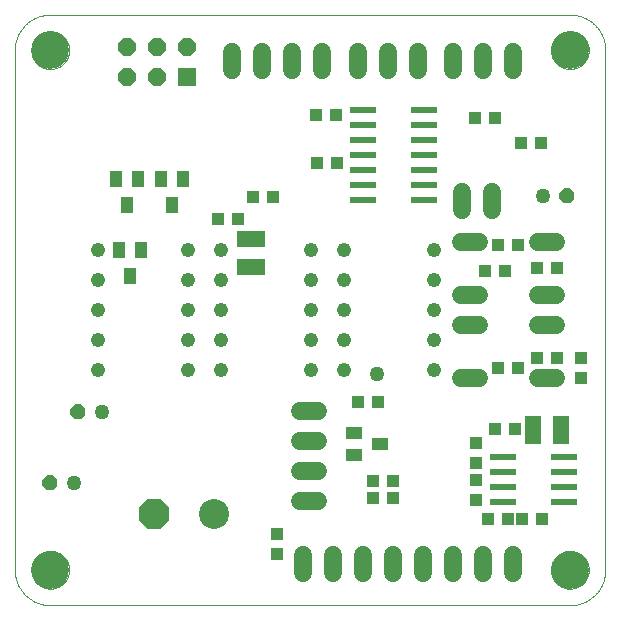
<source format=gbs>
G75*
%MOIN*%
%OFA0B0*%
%FSLAX25Y25*%
%IPPOS*%
%LPD*%
%AMOC8*
5,1,8,0,0,1.08239X$1,22.5*
%
%ADD10C,0.00000*%
%ADD11C,0.12598*%
%ADD12R,0.04331X0.03937*%
%ADD13R,0.09449X0.05512*%
%ADD14C,0.04800*%
%ADD15R,0.03937X0.05512*%
%ADD16R,0.08661X0.02362*%
%ADD17R,0.08700X0.02400*%
%ADD18C,0.06000*%
%ADD19R,0.06000X0.06000*%
%ADD20OC8,0.06000*%
%ADD21OC8,0.05000*%
%ADD22C,0.05000*%
%ADD23R,0.03937X0.04331*%
%ADD24R,0.05512X0.09449*%
%ADD25C,0.10000*%
%ADD26OC8,0.10000*%
%ADD27R,0.05512X0.03937*%
D10*
X0012796Y0013611D02*
X0012796Y0186839D01*
X0018308Y0186839D02*
X0018310Y0186997D01*
X0018316Y0187155D01*
X0018326Y0187313D01*
X0018340Y0187471D01*
X0018358Y0187628D01*
X0018379Y0187785D01*
X0018405Y0187941D01*
X0018435Y0188097D01*
X0018468Y0188252D01*
X0018506Y0188405D01*
X0018547Y0188558D01*
X0018592Y0188710D01*
X0018641Y0188861D01*
X0018694Y0189010D01*
X0018750Y0189158D01*
X0018810Y0189304D01*
X0018874Y0189449D01*
X0018942Y0189592D01*
X0019013Y0189734D01*
X0019087Y0189874D01*
X0019165Y0190011D01*
X0019247Y0190147D01*
X0019331Y0190281D01*
X0019420Y0190412D01*
X0019511Y0190541D01*
X0019606Y0190668D01*
X0019703Y0190793D01*
X0019804Y0190915D01*
X0019908Y0191034D01*
X0020015Y0191151D01*
X0020125Y0191265D01*
X0020238Y0191376D01*
X0020353Y0191485D01*
X0020471Y0191590D01*
X0020592Y0191692D01*
X0020715Y0191792D01*
X0020841Y0191888D01*
X0020969Y0191981D01*
X0021099Y0192071D01*
X0021232Y0192157D01*
X0021367Y0192241D01*
X0021503Y0192320D01*
X0021642Y0192397D01*
X0021783Y0192469D01*
X0021925Y0192539D01*
X0022069Y0192604D01*
X0022215Y0192666D01*
X0022362Y0192724D01*
X0022511Y0192779D01*
X0022661Y0192830D01*
X0022812Y0192877D01*
X0022964Y0192920D01*
X0023117Y0192959D01*
X0023272Y0192995D01*
X0023427Y0193026D01*
X0023583Y0193054D01*
X0023739Y0193078D01*
X0023896Y0193098D01*
X0024054Y0193114D01*
X0024211Y0193126D01*
X0024370Y0193134D01*
X0024528Y0193138D01*
X0024686Y0193138D01*
X0024844Y0193134D01*
X0025003Y0193126D01*
X0025160Y0193114D01*
X0025318Y0193098D01*
X0025475Y0193078D01*
X0025631Y0193054D01*
X0025787Y0193026D01*
X0025942Y0192995D01*
X0026097Y0192959D01*
X0026250Y0192920D01*
X0026402Y0192877D01*
X0026553Y0192830D01*
X0026703Y0192779D01*
X0026852Y0192724D01*
X0026999Y0192666D01*
X0027145Y0192604D01*
X0027289Y0192539D01*
X0027431Y0192469D01*
X0027572Y0192397D01*
X0027711Y0192320D01*
X0027847Y0192241D01*
X0027982Y0192157D01*
X0028115Y0192071D01*
X0028245Y0191981D01*
X0028373Y0191888D01*
X0028499Y0191792D01*
X0028622Y0191692D01*
X0028743Y0191590D01*
X0028861Y0191485D01*
X0028976Y0191376D01*
X0029089Y0191265D01*
X0029199Y0191151D01*
X0029306Y0191034D01*
X0029410Y0190915D01*
X0029511Y0190793D01*
X0029608Y0190668D01*
X0029703Y0190541D01*
X0029794Y0190412D01*
X0029883Y0190281D01*
X0029967Y0190147D01*
X0030049Y0190011D01*
X0030127Y0189874D01*
X0030201Y0189734D01*
X0030272Y0189592D01*
X0030340Y0189449D01*
X0030404Y0189304D01*
X0030464Y0189158D01*
X0030520Y0189010D01*
X0030573Y0188861D01*
X0030622Y0188710D01*
X0030667Y0188558D01*
X0030708Y0188405D01*
X0030746Y0188252D01*
X0030779Y0188097D01*
X0030809Y0187941D01*
X0030835Y0187785D01*
X0030856Y0187628D01*
X0030874Y0187471D01*
X0030888Y0187313D01*
X0030898Y0187155D01*
X0030904Y0186997D01*
X0030906Y0186839D01*
X0030904Y0186681D01*
X0030898Y0186523D01*
X0030888Y0186365D01*
X0030874Y0186207D01*
X0030856Y0186050D01*
X0030835Y0185893D01*
X0030809Y0185737D01*
X0030779Y0185581D01*
X0030746Y0185426D01*
X0030708Y0185273D01*
X0030667Y0185120D01*
X0030622Y0184968D01*
X0030573Y0184817D01*
X0030520Y0184668D01*
X0030464Y0184520D01*
X0030404Y0184374D01*
X0030340Y0184229D01*
X0030272Y0184086D01*
X0030201Y0183944D01*
X0030127Y0183804D01*
X0030049Y0183667D01*
X0029967Y0183531D01*
X0029883Y0183397D01*
X0029794Y0183266D01*
X0029703Y0183137D01*
X0029608Y0183010D01*
X0029511Y0182885D01*
X0029410Y0182763D01*
X0029306Y0182644D01*
X0029199Y0182527D01*
X0029089Y0182413D01*
X0028976Y0182302D01*
X0028861Y0182193D01*
X0028743Y0182088D01*
X0028622Y0181986D01*
X0028499Y0181886D01*
X0028373Y0181790D01*
X0028245Y0181697D01*
X0028115Y0181607D01*
X0027982Y0181521D01*
X0027847Y0181437D01*
X0027711Y0181358D01*
X0027572Y0181281D01*
X0027431Y0181209D01*
X0027289Y0181139D01*
X0027145Y0181074D01*
X0026999Y0181012D01*
X0026852Y0180954D01*
X0026703Y0180899D01*
X0026553Y0180848D01*
X0026402Y0180801D01*
X0026250Y0180758D01*
X0026097Y0180719D01*
X0025942Y0180683D01*
X0025787Y0180652D01*
X0025631Y0180624D01*
X0025475Y0180600D01*
X0025318Y0180580D01*
X0025160Y0180564D01*
X0025003Y0180552D01*
X0024844Y0180544D01*
X0024686Y0180540D01*
X0024528Y0180540D01*
X0024370Y0180544D01*
X0024211Y0180552D01*
X0024054Y0180564D01*
X0023896Y0180580D01*
X0023739Y0180600D01*
X0023583Y0180624D01*
X0023427Y0180652D01*
X0023272Y0180683D01*
X0023117Y0180719D01*
X0022964Y0180758D01*
X0022812Y0180801D01*
X0022661Y0180848D01*
X0022511Y0180899D01*
X0022362Y0180954D01*
X0022215Y0181012D01*
X0022069Y0181074D01*
X0021925Y0181139D01*
X0021783Y0181209D01*
X0021642Y0181281D01*
X0021503Y0181358D01*
X0021367Y0181437D01*
X0021232Y0181521D01*
X0021099Y0181607D01*
X0020969Y0181697D01*
X0020841Y0181790D01*
X0020715Y0181886D01*
X0020592Y0181986D01*
X0020471Y0182088D01*
X0020353Y0182193D01*
X0020238Y0182302D01*
X0020125Y0182413D01*
X0020015Y0182527D01*
X0019908Y0182644D01*
X0019804Y0182763D01*
X0019703Y0182885D01*
X0019606Y0183010D01*
X0019511Y0183137D01*
X0019420Y0183266D01*
X0019331Y0183397D01*
X0019247Y0183531D01*
X0019165Y0183667D01*
X0019087Y0183804D01*
X0019013Y0183944D01*
X0018942Y0184086D01*
X0018874Y0184229D01*
X0018810Y0184374D01*
X0018750Y0184520D01*
X0018694Y0184668D01*
X0018641Y0184817D01*
X0018592Y0184968D01*
X0018547Y0185120D01*
X0018506Y0185273D01*
X0018468Y0185426D01*
X0018435Y0185581D01*
X0018405Y0185737D01*
X0018379Y0185893D01*
X0018358Y0186050D01*
X0018340Y0186207D01*
X0018326Y0186365D01*
X0018316Y0186523D01*
X0018310Y0186681D01*
X0018308Y0186839D01*
X0012796Y0186839D02*
X0012799Y0187124D01*
X0012810Y0187410D01*
X0012827Y0187695D01*
X0012851Y0187979D01*
X0012882Y0188263D01*
X0012920Y0188546D01*
X0012965Y0188827D01*
X0013016Y0189108D01*
X0013074Y0189388D01*
X0013139Y0189666D01*
X0013211Y0189942D01*
X0013289Y0190216D01*
X0013374Y0190489D01*
X0013466Y0190759D01*
X0013564Y0191027D01*
X0013668Y0191293D01*
X0013779Y0191556D01*
X0013896Y0191816D01*
X0014019Y0192074D01*
X0014149Y0192328D01*
X0014285Y0192579D01*
X0014426Y0192827D01*
X0014574Y0193071D01*
X0014727Y0193312D01*
X0014887Y0193548D01*
X0015052Y0193781D01*
X0015222Y0194010D01*
X0015398Y0194235D01*
X0015580Y0194455D01*
X0015766Y0194671D01*
X0015958Y0194882D01*
X0016155Y0195089D01*
X0016357Y0195291D01*
X0016564Y0195488D01*
X0016775Y0195680D01*
X0016991Y0195866D01*
X0017211Y0196048D01*
X0017436Y0196224D01*
X0017665Y0196394D01*
X0017898Y0196559D01*
X0018134Y0196719D01*
X0018375Y0196872D01*
X0018619Y0197020D01*
X0018867Y0197161D01*
X0019118Y0197297D01*
X0019372Y0197427D01*
X0019630Y0197550D01*
X0019890Y0197667D01*
X0020153Y0197778D01*
X0020419Y0197882D01*
X0020687Y0197980D01*
X0020957Y0198072D01*
X0021230Y0198157D01*
X0021504Y0198235D01*
X0021780Y0198307D01*
X0022058Y0198372D01*
X0022338Y0198430D01*
X0022619Y0198481D01*
X0022900Y0198526D01*
X0023183Y0198564D01*
X0023467Y0198595D01*
X0023751Y0198619D01*
X0024036Y0198636D01*
X0024322Y0198647D01*
X0024607Y0198650D01*
X0197835Y0198650D01*
X0191536Y0186839D02*
X0191538Y0186997D01*
X0191544Y0187155D01*
X0191554Y0187313D01*
X0191568Y0187471D01*
X0191586Y0187628D01*
X0191607Y0187785D01*
X0191633Y0187941D01*
X0191663Y0188097D01*
X0191696Y0188252D01*
X0191734Y0188405D01*
X0191775Y0188558D01*
X0191820Y0188710D01*
X0191869Y0188861D01*
X0191922Y0189010D01*
X0191978Y0189158D01*
X0192038Y0189304D01*
X0192102Y0189449D01*
X0192170Y0189592D01*
X0192241Y0189734D01*
X0192315Y0189874D01*
X0192393Y0190011D01*
X0192475Y0190147D01*
X0192559Y0190281D01*
X0192648Y0190412D01*
X0192739Y0190541D01*
X0192834Y0190668D01*
X0192931Y0190793D01*
X0193032Y0190915D01*
X0193136Y0191034D01*
X0193243Y0191151D01*
X0193353Y0191265D01*
X0193466Y0191376D01*
X0193581Y0191485D01*
X0193699Y0191590D01*
X0193820Y0191692D01*
X0193943Y0191792D01*
X0194069Y0191888D01*
X0194197Y0191981D01*
X0194327Y0192071D01*
X0194460Y0192157D01*
X0194595Y0192241D01*
X0194731Y0192320D01*
X0194870Y0192397D01*
X0195011Y0192469D01*
X0195153Y0192539D01*
X0195297Y0192604D01*
X0195443Y0192666D01*
X0195590Y0192724D01*
X0195739Y0192779D01*
X0195889Y0192830D01*
X0196040Y0192877D01*
X0196192Y0192920D01*
X0196345Y0192959D01*
X0196500Y0192995D01*
X0196655Y0193026D01*
X0196811Y0193054D01*
X0196967Y0193078D01*
X0197124Y0193098D01*
X0197282Y0193114D01*
X0197439Y0193126D01*
X0197598Y0193134D01*
X0197756Y0193138D01*
X0197914Y0193138D01*
X0198072Y0193134D01*
X0198231Y0193126D01*
X0198388Y0193114D01*
X0198546Y0193098D01*
X0198703Y0193078D01*
X0198859Y0193054D01*
X0199015Y0193026D01*
X0199170Y0192995D01*
X0199325Y0192959D01*
X0199478Y0192920D01*
X0199630Y0192877D01*
X0199781Y0192830D01*
X0199931Y0192779D01*
X0200080Y0192724D01*
X0200227Y0192666D01*
X0200373Y0192604D01*
X0200517Y0192539D01*
X0200659Y0192469D01*
X0200800Y0192397D01*
X0200939Y0192320D01*
X0201075Y0192241D01*
X0201210Y0192157D01*
X0201343Y0192071D01*
X0201473Y0191981D01*
X0201601Y0191888D01*
X0201727Y0191792D01*
X0201850Y0191692D01*
X0201971Y0191590D01*
X0202089Y0191485D01*
X0202204Y0191376D01*
X0202317Y0191265D01*
X0202427Y0191151D01*
X0202534Y0191034D01*
X0202638Y0190915D01*
X0202739Y0190793D01*
X0202836Y0190668D01*
X0202931Y0190541D01*
X0203022Y0190412D01*
X0203111Y0190281D01*
X0203195Y0190147D01*
X0203277Y0190011D01*
X0203355Y0189874D01*
X0203429Y0189734D01*
X0203500Y0189592D01*
X0203568Y0189449D01*
X0203632Y0189304D01*
X0203692Y0189158D01*
X0203748Y0189010D01*
X0203801Y0188861D01*
X0203850Y0188710D01*
X0203895Y0188558D01*
X0203936Y0188405D01*
X0203974Y0188252D01*
X0204007Y0188097D01*
X0204037Y0187941D01*
X0204063Y0187785D01*
X0204084Y0187628D01*
X0204102Y0187471D01*
X0204116Y0187313D01*
X0204126Y0187155D01*
X0204132Y0186997D01*
X0204134Y0186839D01*
X0204132Y0186681D01*
X0204126Y0186523D01*
X0204116Y0186365D01*
X0204102Y0186207D01*
X0204084Y0186050D01*
X0204063Y0185893D01*
X0204037Y0185737D01*
X0204007Y0185581D01*
X0203974Y0185426D01*
X0203936Y0185273D01*
X0203895Y0185120D01*
X0203850Y0184968D01*
X0203801Y0184817D01*
X0203748Y0184668D01*
X0203692Y0184520D01*
X0203632Y0184374D01*
X0203568Y0184229D01*
X0203500Y0184086D01*
X0203429Y0183944D01*
X0203355Y0183804D01*
X0203277Y0183667D01*
X0203195Y0183531D01*
X0203111Y0183397D01*
X0203022Y0183266D01*
X0202931Y0183137D01*
X0202836Y0183010D01*
X0202739Y0182885D01*
X0202638Y0182763D01*
X0202534Y0182644D01*
X0202427Y0182527D01*
X0202317Y0182413D01*
X0202204Y0182302D01*
X0202089Y0182193D01*
X0201971Y0182088D01*
X0201850Y0181986D01*
X0201727Y0181886D01*
X0201601Y0181790D01*
X0201473Y0181697D01*
X0201343Y0181607D01*
X0201210Y0181521D01*
X0201075Y0181437D01*
X0200939Y0181358D01*
X0200800Y0181281D01*
X0200659Y0181209D01*
X0200517Y0181139D01*
X0200373Y0181074D01*
X0200227Y0181012D01*
X0200080Y0180954D01*
X0199931Y0180899D01*
X0199781Y0180848D01*
X0199630Y0180801D01*
X0199478Y0180758D01*
X0199325Y0180719D01*
X0199170Y0180683D01*
X0199015Y0180652D01*
X0198859Y0180624D01*
X0198703Y0180600D01*
X0198546Y0180580D01*
X0198388Y0180564D01*
X0198231Y0180552D01*
X0198072Y0180544D01*
X0197914Y0180540D01*
X0197756Y0180540D01*
X0197598Y0180544D01*
X0197439Y0180552D01*
X0197282Y0180564D01*
X0197124Y0180580D01*
X0196967Y0180600D01*
X0196811Y0180624D01*
X0196655Y0180652D01*
X0196500Y0180683D01*
X0196345Y0180719D01*
X0196192Y0180758D01*
X0196040Y0180801D01*
X0195889Y0180848D01*
X0195739Y0180899D01*
X0195590Y0180954D01*
X0195443Y0181012D01*
X0195297Y0181074D01*
X0195153Y0181139D01*
X0195011Y0181209D01*
X0194870Y0181281D01*
X0194731Y0181358D01*
X0194595Y0181437D01*
X0194460Y0181521D01*
X0194327Y0181607D01*
X0194197Y0181697D01*
X0194069Y0181790D01*
X0193943Y0181886D01*
X0193820Y0181986D01*
X0193699Y0182088D01*
X0193581Y0182193D01*
X0193466Y0182302D01*
X0193353Y0182413D01*
X0193243Y0182527D01*
X0193136Y0182644D01*
X0193032Y0182763D01*
X0192931Y0182885D01*
X0192834Y0183010D01*
X0192739Y0183137D01*
X0192648Y0183266D01*
X0192559Y0183397D01*
X0192475Y0183531D01*
X0192393Y0183667D01*
X0192315Y0183804D01*
X0192241Y0183944D01*
X0192170Y0184086D01*
X0192102Y0184229D01*
X0192038Y0184374D01*
X0191978Y0184520D01*
X0191922Y0184668D01*
X0191869Y0184817D01*
X0191820Y0184968D01*
X0191775Y0185120D01*
X0191734Y0185273D01*
X0191696Y0185426D01*
X0191663Y0185581D01*
X0191633Y0185737D01*
X0191607Y0185893D01*
X0191586Y0186050D01*
X0191568Y0186207D01*
X0191554Y0186365D01*
X0191544Y0186523D01*
X0191538Y0186681D01*
X0191536Y0186839D01*
X0197835Y0198650D02*
X0198120Y0198647D01*
X0198406Y0198636D01*
X0198691Y0198619D01*
X0198975Y0198595D01*
X0199259Y0198564D01*
X0199542Y0198526D01*
X0199823Y0198481D01*
X0200104Y0198430D01*
X0200384Y0198372D01*
X0200662Y0198307D01*
X0200938Y0198235D01*
X0201212Y0198157D01*
X0201485Y0198072D01*
X0201755Y0197980D01*
X0202023Y0197882D01*
X0202289Y0197778D01*
X0202552Y0197667D01*
X0202812Y0197550D01*
X0203070Y0197427D01*
X0203324Y0197297D01*
X0203575Y0197161D01*
X0203823Y0197020D01*
X0204067Y0196872D01*
X0204308Y0196719D01*
X0204544Y0196559D01*
X0204777Y0196394D01*
X0205006Y0196224D01*
X0205231Y0196048D01*
X0205451Y0195866D01*
X0205667Y0195680D01*
X0205878Y0195488D01*
X0206085Y0195291D01*
X0206287Y0195089D01*
X0206484Y0194882D01*
X0206676Y0194671D01*
X0206862Y0194455D01*
X0207044Y0194235D01*
X0207220Y0194010D01*
X0207390Y0193781D01*
X0207555Y0193548D01*
X0207715Y0193312D01*
X0207868Y0193071D01*
X0208016Y0192827D01*
X0208157Y0192579D01*
X0208293Y0192328D01*
X0208423Y0192074D01*
X0208546Y0191816D01*
X0208663Y0191556D01*
X0208774Y0191293D01*
X0208878Y0191027D01*
X0208976Y0190759D01*
X0209068Y0190489D01*
X0209153Y0190216D01*
X0209231Y0189942D01*
X0209303Y0189666D01*
X0209368Y0189388D01*
X0209426Y0189108D01*
X0209477Y0188827D01*
X0209522Y0188546D01*
X0209560Y0188263D01*
X0209591Y0187979D01*
X0209615Y0187695D01*
X0209632Y0187410D01*
X0209643Y0187124D01*
X0209646Y0186839D01*
X0209646Y0013611D01*
X0191536Y0013611D02*
X0191538Y0013769D01*
X0191544Y0013927D01*
X0191554Y0014085D01*
X0191568Y0014243D01*
X0191586Y0014400D01*
X0191607Y0014557D01*
X0191633Y0014713D01*
X0191663Y0014869D01*
X0191696Y0015024D01*
X0191734Y0015177D01*
X0191775Y0015330D01*
X0191820Y0015482D01*
X0191869Y0015633D01*
X0191922Y0015782D01*
X0191978Y0015930D01*
X0192038Y0016076D01*
X0192102Y0016221D01*
X0192170Y0016364D01*
X0192241Y0016506D01*
X0192315Y0016646D01*
X0192393Y0016783D01*
X0192475Y0016919D01*
X0192559Y0017053D01*
X0192648Y0017184D01*
X0192739Y0017313D01*
X0192834Y0017440D01*
X0192931Y0017565D01*
X0193032Y0017687D01*
X0193136Y0017806D01*
X0193243Y0017923D01*
X0193353Y0018037D01*
X0193466Y0018148D01*
X0193581Y0018257D01*
X0193699Y0018362D01*
X0193820Y0018464D01*
X0193943Y0018564D01*
X0194069Y0018660D01*
X0194197Y0018753D01*
X0194327Y0018843D01*
X0194460Y0018929D01*
X0194595Y0019013D01*
X0194731Y0019092D01*
X0194870Y0019169D01*
X0195011Y0019241D01*
X0195153Y0019311D01*
X0195297Y0019376D01*
X0195443Y0019438D01*
X0195590Y0019496D01*
X0195739Y0019551D01*
X0195889Y0019602D01*
X0196040Y0019649D01*
X0196192Y0019692D01*
X0196345Y0019731D01*
X0196500Y0019767D01*
X0196655Y0019798D01*
X0196811Y0019826D01*
X0196967Y0019850D01*
X0197124Y0019870D01*
X0197282Y0019886D01*
X0197439Y0019898D01*
X0197598Y0019906D01*
X0197756Y0019910D01*
X0197914Y0019910D01*
X0198072Y0019906D01*
X0198231Y0019898D01*
X0198388Y0019886D01*
X0198546Y0019870D01*
X0198703Y0019850D01*
X0198859Y0019826D01*
X0199015Y0019798D01*
X0199170Y0019767D01*
X0199325Y0019731D01*
X0199478Y0019692D01*
X0199630Y0019649D01*
X0199781Y0019602D01*
X0199931Y0019551D01*
X0200080Y0019496D01*
X0200227Y0019438D01*
X0200373Y0019376D01*
X0200517Y0019311D01*
X0200659Y0019241D01*
X0200800Y0019169D01*
X0200939Y0019092D01*
X0201075Y0019013D01*
X0201210Y0018929D01*
X0201343Y0018843D01*
X0201473Y0018753D01*
X0201601Y0018660D01*
X0201727Y0018564D01*
X0201850Y0018464D01*
X0201971Y0018362D01*
X0202089Y0018257D01*
X0202204Y0018148D01*
X0202317Y0018037D01*
X0202427Y0017923D01*
X0202534Y0017806D01*
X0202638Y0017687D01*
X0202739Y0017565D01*
X0202836Y0017440D01*
X0202931Y0017313D01*
X0203022Y0017184D01*
X0203111Y0017053D01*
X0203195Y0016919D01*
X0203277Y0016783D01*
X0203355Y0016646D01*
X0203429Y0016506D01*
X0203500Y0016364D01*
X0203568Y0016221D01*
X0203632Y0016076D01*
X0203692Y0015930D01*
X0203748Y0015782D01*
X0203801Y0015633D01*
X0203850Y0015482D01*
X0203895Y0015330D01*
X0203936Y0015177D01*
X0203974Y0015024D01*
X0204007Y0014869D01*
X0204037Y0014713D01*
X0204063Y0014557D01*
X0204084Y0014400D01*
X0204102Y0014243D01*
X0204116Y0014085D01*
X0204126Y0013927D01*
X0204132Y0013769D01*
X0204134Y0013611D01*
X0204132Y0013453D01*
X0204126Y0013295D01*
X0204116Y0013137D01*
X0204102Y0012979D01*
X0204084Y0012822D01*
X0204063Y0012665D01*
X0204037Y0012509D01*
X0204007Y0012353D01*
X0203974Y0012198D01*
X0203936Y0012045D01*
X0203895Y0011892D01*
X0203850Y0011740D01*
X0203801Y0011589D01*
X0203748Y0011440D01*
X0203692Y0011292D01*
X0203632Y0011146D01*
X0203568Y0011001D01*
X0203500Y0010858D01*
X0203429Y0010716D01*
X0203355Y0010576D01*
X0203277Y0010439D01*
X0203195Y0010303D01*
X0203111Y0010169D01*
X0203022Y0010038D01*
X0202931Y0009909D01*
X0202836Y0009782D01*
X0202739Y0009657D01*
X0202638Y0009535D01*
X0202534Y0009416D01*
X0202427Y0009299D01*
X0202317Y0009185D01*
X0202204Y0009074D01*
X0202089Y0008965D01*
X0201971Y0008860D01*
X0201850Y0008758D01*
X0201727Y0008658D01*
X0201601Y0008562D01*
X0201473Y0008469D01*
X0201343Y0008379D01*
X0201210Y0008293D01*
X0201075Y0008209D01*
X0200939Y0008130D01*
X0200800Y0008053D01*
X0200659Y0007981D01*
X0200517Y0007911D01*
X0200373Y0007846D01*
X0200227Y0007784D01*
X0200080Y0007726D01*
X0199931Y0007671D01*
X0199781Y0007620D01*
X0199630Y0007573D01*
X0199478Y0007530D01*
X0199325Y0007491D01*
X0199170Y0007455D01*
X0199015Y0007424D01*
X0198859Y0007396D01*
X0198703Y0007372D01*
X0198546Y0007352D01*
X0198388Y0007336D01*
X0198231Y0007324D01*
X0198072Y0007316D01*
X0197914Y0007312D01*
X0197756Y0007312D01*
X0197598Y0007316D01*
X0197439Y0007324D01*
X0197282Y0007336D01*
X0197124Y0007352D01*
X0196967Y0007372D01*
X0196811Y0007396D01*
X0196655Y0007424D01*
X0196500Y0007455D01*
X0196345Y0007491D01*
X0196192Y0007530D01*
X0196040Y0007573D01*
X0195889Y0007620D01*
X0195739Y0007671D01*
X0195590Y0007726D01*
X0195443Y0007784D01*
X0195297Y0007846D01*
X0195153Y0007911D01*
X0195011Y0007981D01*
X0194870Y0008053D01*
X0194731Y0008130D01*
X0194595Y0008209D01*
X0194460Y0008293D01*
X0194327Y0008379D01*
X0194197Y0008469D01*
X0194069Y0008562D01*
X0193943Y0008658D01*
X0193820Y0008758D01*
X0193699Y0008860D01*
X0193581Y0008965D01*
X0193466Y0009074D01*
X0193353Y0009185D01*
X0193243Y0009299D01*
X0193136Y0009416D01*
X0193032Y0009535D01*
X0192931Y0009657D01*
X0192834Y0009782D01*
X0192739Y0009909D01*
X0192648Y0010038D01*
X0192559Y0010169D01*
X0192475Y0010303D01*
X0192393Y0010439D01*
X0192315Y0010576D01*
X0192241Y0010716D01*
X0192170Y0010858D01*
X0192102Y0011001D01*
X0192038Y0011146D01*
X0191978Y0011292D01*
X0191922Y0011440D01*
X0191869Y0011589D01*
X0191820Y0011740D01*
X0191775Y0011892D01*
X0191734Y0012045D01*
X0191696Y0012198D01*
X0191663Y0012353D01*
X0191633Y0012509D01*
X0191607Y0012665D01*
X0191586Y0012822D01*
X0191568Y0012979D01*
X0191554Y0013137D01*
X0191544Y0013295D01*
X0191538Y0013453D01*
X0191536Y0013611D01*
X0197835Y0001800D02*
X0198120Y0001803D01*
X0198406Y0001814D01*
X0198691Y0001831D01*
X0198975Y0001855D01*
X0199259Y0001886D01*
X0199542Y0001924D01*
X0199823Y0001969D01*
X0200104Y0002020D01*
X0200384Y0002078D01*
X0200662Y0002143D01*
X0200938Y0002215D01*
X0201212Y0002293D01*
X0201485Y0002378D01*
X0201755Y0002470D01*
X0202023Y0002568D01*
X0202289Y0002672D01*
X0202552Y0002783D01*
X0202812Y0002900D01*
X0203070Y0003023D01*
X0203324Y0003153D01*
X0203575Y0003289D01*
X0203823Y0003430D01*
X0204067Y0003578D01*
X0204308Y0003731D01*
X0204544Y0003891D01*
X0204777Y0004056D01*
X0205006Y0004226D01*
X0205231Y0004402D01*
X0205451Y0004584D01*
X0205667Y0004770D01*
X0205878Y0004962D01*
X0206085Y0005159D01*
X0206287Y0005361D01*
X0206484Y0005568D01*
X0206676Y0005779D01*
X0206862Y0005995D01*
X0207044Y0006215D01*
X0207220Y0006440D01*
X0207390Y0006669D01*
X0207555Y0006902D01*
X0207715Y0007138D01*
X0207868Y0007379D01*
X0208016Y0007623D01*
X0208157Y0007871D01*
X0208293Y0008122D01*
X0208423Y0008376D01*
X0208546Y0008634D01*
X0208663Y0008894D01*
X0208774Y0009157D01*
X0208878Y0009423D01*
X0208976Y0009691D01*
X0209068Y0009961D01*
X0209153Y0010234D01*
X0209231Y0010508D01*
X0209303Y0010784D01*
X0209368Y0011062D01*
X0209426Y0011342D01*
X0209477Y0011623D01*
X0209522Y0011904D01*
X0209560Y0012187D01*
X0209591Y0012471D01*
X0209615Y0012755D01*
X0209632Y0013040D01*
X0209643Y0013326D01*
X0209646Y0013611D01*
X0197835Y0001800D02*
X0024607Y0001800D01*
X0018308Y0013611D02*
X0018310Y0013769D01*
X0018316Y0013927D01*
X0018326Y0014085D01*
X0018340Y0014243D01*
X0018358Y0014400D01*
X0018379Y0014557D01*
X0018405Y0014713D01*
X0018435Y0014869D01*
X0018468Y0015024D01*
X0018506Y0015177D01*
X0018547Y0015330D01*
X0018592Y0015482D01*
X0018641Y0015633D01*
X0018694Y0015782D01*
X0018750Y0015930D01*
X0018810Y0016076D01*
X0018874Y0016221D01*
X0018942Y0016364D01*
X0019013Y0016506D01*
X0019087Y0016646D01*
X0019165Y0016783D01*
X0019247Y0016919D01*
X0019331Y0017053D01*
X0019420Y0017184D01*
X0019511Y0017313D01*
X0019606Y0017440D01*
X0019703Y0017565D01*
X0019804Y0017687D01*
X0019908Y0017806D01*
X0020015Y0017923D01*
X0020125Y0018037D01*
X0020238Y0018148D01*
X0020353Y0018257D01*
X0020471Y0018362D01*
X0020592Y0018464D01*
X0020715Y0018564D01*
X0020841Y0018660D01*
X0020969Y0018753D01*
X0021099Y0018843D01*
X0021232Y0018929D01*
X0021367Y0019013D01*
X0021503Y0019092D01*
X0021642Y0019169D01*
X0021783Y0019241D01*
X0021925Y0019311D01*
X0022069Y0019376D01*
X0022215Y0019438D01*
X0022362Y0019496D01*
X0022511Y0019551D01*
X0022661Y0019602D01*
X0022812Y0019649D01*
X0022964Y0019692D01*
X0023117Y0019731D01*
X0023272Y0019767D01*
X0023427Y0019798D01*
X0023583Y0019826D01*
X0023739Y0019850D01*
X0023896Y0019870D01*
X0024054Y0019886D01*
X0024211Y0019898D01*
X0024370Y0019906D01*
X0024528Y0019910D01*
X0024686Y0019910D01*
X0024844Y0019906D01*
X0025003Y0019898D01*
X0025160Y0019886D01*
X0025318Y0019870D01*
X0025475Y0019850D01*
X0025631Y0019826D01*
X0025787Y0019798D01*
X0025942Y0019767D01*
X0026097Y0019731D01*
X0026250Y0019692D01*
X0026402Y0019649D01*
X0026553Y0019602D01*
X0026703Y0019551D01*
X0026852Y0019496D01*
X0026999Y0019438D01*
X0027145Y0019376D01*
X0027289Y0019311D01*
X0027431Y0019241D01*
X0027572Y0019169D01*
X0027711Y0019092D01*
X0027847Y0019013D01*
X0027982Y0018929D01*
X0028115Y0018843D01*
X0028245Y0018753D01*
X0028373Y0018660D01*
X0028499Y0018564D01*
X0028622Y0018464D01*
X0028743Y0018362D01*
X0028861Y0018257D01*
X0028976Y0018148D01*
X0029089Y0018037D01*
X0029199Y0017923D01*
X0029306Y0017806D01*
X0029410Y0017687D01*
X0029511Y0017565D01*
X0029608Y0017440D01*
X0029703Y0017313D01*
X0029794Y0017184D01*
X0029883Y0017053D01*
X0029967Y0016919D01*
X0030049Y0016783D01*
X0030127Y0016646D01*
X0030201Y0016506D01*
X0030272Y0016364D01*
X0030340Y0016221D01*
X0030404Y0016076D01*
X0030464Y0015930D01*
X0030520Y0015782D01*
X0030573Y0015633D01*
X0030622Y0015482D01*
X0030667Y0015330D01*
X0030708Y0015177D01*
X0030746Y0015024D01*
X0030779Y0014869D01*
X0030809Y0014713D01*
X0030835Y0014557D01*
X0030856Y0014400D01*
X0030874Y0014243D01*
X0030888Y0014085D01*
X0030898Y0013927D01*
X0030904Y0013769D01*
X0030906Y0013611D01*
X0030904Y0013453D01*
X0030898Y0013295D01*
X0030888Y0013137D01*
X0030874Y0012979D01*
X0030856Y0012822D01*
X0030835Y0012665D01*
X0030809Y0012509D01*
X0030779Y0012353D01*
X0030746Y0012198D01*
X0030708Y0012045D01*
X0030667Y0011892D01*
X0030622Y0011740D01*
X0030573Y0011589D01*
X0030520Y0011440D01*
X0030464Y0011292D01*
X0030404Y0011146D01*
X0030340Y0011001D01*
X0030272Y0010858D01*
X0030201Y0010716D01*
X0030127Y0010576D01*
X0030049Y0010439D01*
X0029967Y0010303D01*
X0029883Y0010169D01*
X0029794Y0010038D01*
X0029703Y0009909D01*
X0029608Y0009782D01*
X0029511Y0009657D01*
X0029410Y0009535D01*
X0029306Y0009416D01*
X0029199Y0009299D01*
X0029089Y0009185D01*
X0028976Y0009074D01*
X0028861Y0008965D01*
X0028743Y0008860D01*
X0028622Y0008758D01*
X0028499Y0008658D01*
X0028373Y0008562D01*
X0028245Y0008469D01*
X0028115Y0008379D01*
X0027982Y0008293D01*
X0027847Y0008209D01*
X0027711Y0008130D01*
X0027572Y0008053D01*
X0027431Y0007981D01*
X0027289Y0007911D01*
X0027145Y0007846D01*
X0026999Y0007784D01*
X0026852Y0007726D01*
X0026703Y0007671D01*
X0026553Y0007620D01*
X0026402Y0007573D01*
X0026250Y0007530D01*
X0026097Y0007491D01*
X0025942Y0007455D01*
X0025787Y0007424D01*
X0025631Y0007396D01*
X0025475Y0007372D01*
X0025318Y0007352D01*
X0025160Y0007336D01*
X0025003Y0007324D01*
X0024844Y0007316D01*
X0024686Y0007312D01*
X0024528Y0007312D01*
X0024370Y0007316D01*
X0024211Y0007324D01*
X0024054Y0007336D01*
X0023896Y0007352D01*
X0023739Y0007372D01*
X0023583Y0007396D01*
X0023427Y0007424D01*
X0023272Y0007455D01*
X0023117Y0007491D01*
X0022964Y0007530D01*
X0022812Y0007573D01*
X0022661Y0007620D01*
X0022511Y0007671D01*
X0022362Y0007726D01*
X0022215Y0007784D01*
X0022069Y0007846D01*
X0021925Y0007911D01*
X0021783Y0007981D01*
X0021642Y0008053D01*
X0021503Y0008130D01*
X0021367Y0008209D01*
X0021232Y0008293D01*
X0021099Y0008379D01*
X0020969Y0008469D01*
X0020841Y0008562D01*
X0020715Y0008658D01*
X0020592Y0008758D01*
X0020471Y0008860D01*
X0020353Y0008965D01*
X0020238Y0009074D01*
X0020125Y0009185D01*
X0020015Y0009299D01*
X0019908Y0009416D01*
X0019804Y0009535D01*
X0019703Y0009657D01*
X0019606Y0009782D01*
X0019511Y0009909D01*
X0019420Y0010038D01*
X0019331Y0010169D01*
X0019247Y0010303D01*
X0019165Y0010439D01*
X0019087Y0010576D01*
X0019013Y0010716D01*
X0018942Y0010858D01*
X0018874Y0011001D01*
X0018810Y0011146D01*
X0018750Y0011292D01*
X0018694Y0011440D01*
X0018641Y0011589D01*
X0018592Y0011740D01*
X0018547Y0011892D01*
X0018506Y0012045D01*
X0018468Y0012198D01*
X0018435Y0012353D01*
X0018405Y0012509D01*
X0018379Y0012665D01*
X0018358Y0012822D01*
X0018340Y0012979D01*
X0018326Y0013137D01*
X0018316Y0013295D01*
X0018310Y0013453D01*
X0018308Y0013611D01*
X0012796Y0013611D02*
X0012799Y0013326D01*
X0012810Y0013040D01*
X0012827Y0012755D01*
X0012851Y0012471D01*
X0012882Y0012187D01*
X0012920Y0011904D01*
X0012965Y0011623D01*
X0013016Y0011342D01*
X0013074Y0011062D01*
X0013139Y0010784D01*
X0013211Y0010508D01*
X0013289Y0010234D01*
X0013374Y0009961D01*
X0013466Y0009691D01*
X0013564Y0009423D01*
X0013668Y0009157D01*
X0013779Y0008894D01*
X0013896Y0008634D01*
X0014019Y0008376D01*
X0014149Y0008122D01*
X0014285Y0007871D01*
X0014426Y0007623D01*
X0014574Y0007379D01*
X0014727Y0007138D01*
X0014887Y0006902D01*
X0015052Y0006669D01*
X0015222Y0006440D01*
X0015398Y0006215D01*
X0015580Y0005995D01*
X0015766Y0005779D01*
X0015958Y0005568D01*
X0016155Y0005361D01*
X0016357Y0005159D01*
X0016564Y0004962D01*
X0016775Y0004770D01*
X0016991Y0004584D01*
X0017211Y0004402D01*
X0017436Y0004226D01*
X0017665Y0004056D01*
X0017898Y0003891D01*
X0018134Y0003731D01*
X0018375Y0003578D01*
X0018619Y0003430D01*
X0018867Y0003289D01*
X0019118Y0003153D01*
X0019372Y0003023D01*
X0019630Y0002900D01*
X0019890Y0002783D01*
X0020153Y0002672D01*
X0020419Y0002568D01*
X0020687Y0002470D01*
X0020957Y0002378D01*
X0021230Y0002293D01*
X0021504Y0002215D01*
X0021780Y0002143D01*
X0022058Y0002078D01*
X0022338Y0002020D01*
X0022619Y0001969D01*
X0022900Y0001924D01*
X0023183Y0001886D01*
X0023467Y0001855D01*
X0023751Y0001831D01*
X0024036Y0001814D01*
X0024322Y0001803D01*
X0024607Y0001800D01*
D11*
X0024607Y0013611D03*
X0197835Y0013611D03*
X0197835Y0186839D03*
X0024607Y0186839D03*
D12*
X0080387Y0130550D03*
X0087080Y0130550D03*
X0092224Y0137813D03*
X0098917Y0137813D03*
X0173812Y0121775D03*
X0180505Y0121775D03*
X0186949Y0084300D03*
X0193642Y0084300D03*
X0201421Y0084359D03*
X0201421Y0077666D03*
X0179455Y0060425D03*
X0172762Y0060425D03*
X0166546Y0043521D03*
X0166546Y0036829D03*
X0100058Y0025621D03*
X0100058Y0018929D03*
D13*
X0091546Y0114576D03*
X0091546Y0124024D03*
D14*
X0081536Y0120225D03*
X0081536Y0110225D03*
X0081536Y0100225D03*
X0081536Y0090225D03*
X0081536Y0080225D03*
X0070591Y0080225D03*
X0070591Y0090225D03*
X0070591Y0100225D03*
X0070591Y0110225D03*
X0070591Y0120225D03*
X0040591Y0120225D03*
X0040591Y0110225D03*
X0040591Y0100225D03*
X0040591Y0090225D03*
X0040591Y0080225D03*
X0111536Y0080225D03*
X0111536Y0090225D03*
X0111536Y0100225D03*
X0111536Y0110225D03*
X0111536Y0120225D03*
X0122481Y0120225D03*
X0122481Y0110225D03*
X0122481Y0100225D03*
X0122481Y0090225D03*
X0122481Y0080225D03*
X0152481Y0080225D03*
X0152481Y0090225D03*
X0152481Y0100225D03*
X0152481Y0110225D03*
X0152481Y0120225D03*
D15*
X0069036Y0143943D03*
X0061556Y0143943D03*
X0054036Y0143943D03*
X0046556Y0143943D03*
X0050296Y0135282D03*
X0065296Y0135282D03*
X0054973Y0120193D03*
X0047493Y0120193D03*
X0051233Y0111532D03*
D16*
X0128810Y0136800D03*
X0128810Y0141800D03*
X0128810Y0146800D03*
X0128810Y0151800D03*
X0128810Y0156800D03*
X0128810Y0161800D03*
X0128810Y0166800D03*
X0149282Y0166800D03*
X0149282Y0161800D03*
X0149282Y0156800D03*
X0149282Y0151800D03*
X0149282Y0146800D03*
X0149282Y0141800D03*
X0149282Y0136800D03*
D17*
X0175408Y0051062D03*
X0175408Y0046062D03*
X0175408Y0041063D03*
X0175408Y0036063D03*
X0196008Y0036063D03*
X0196008Y0041063D03*
X0196008Y0046062D03*
X0196008Y0051062D03*
D18*
X0193045Y0077546D02*
X0187045Y0077546D01*
X0187045Y0095346D02*
X0193045Y0095346D01*
X0193045Y0105105D02*
X0187045Y0105105D01*
X0187045Y0122905D02*
X0193045Y0122905D01*
X0171846Y0133513D02*
X0171846Y0139513D01*
X0161846Y0139513D02*
X0161846Y0133513D01*
X0161445Y0122905D02*
X0167445Y0122905D01*
X0167445Y0105105D02*
X0161445Y0105105D01*
X0161445Y0095346D02*
X0167445Y0095346D01*
X0167445Y0077546D02*
X0161445Y0077546D01*
X0113746Y0066400D02*
X0107746Y0066400D01*
X0107746Y0056400D02*
X0113746Y0056400D01*
X0113746Y0046400D02*
X0107746Y0046400D01*
X0107746Y0036400D02*
X0113746Y0036400D01*
X0108833Y0018613D02*
X0108833Y0012612D01*
X0118833Y0012612D02*
X0118833Y0018613D01*
X0128833Y0018613D02*
X0128833Y0012612D01*
X0138833Y0012612D02*
X0138833Y0018613D01*
X0148833Y0018613D02*
X0148833Y0012612D01*
X0158833Y0012612D02*
X0158833Y0018613D01*
X0168833Y0018613D02*
X0168833Y0012612D01*
X0178833Y0012612D02*
X0178833Y0018613D01*
X0178946Y0180312D02*
X0178946Y0186312D01*
X0168946Y0186312D02*
X0168946Y0180312D01*
X0158946Y0180312D02*
X0158946Y0186312D01*
X0147096Y0186312D02*
X0147096Y0180312D01*
X0137096Y0180312D02*
X0137096Y0186312D01*
X0127096Y0186312D02*
X0127096Y0180312D01*
X0115221Y0180312D02*
X0115221Y0186312D01*
X0105221Y0186312D02*
X0105221Y0180312D01*
X0095221Y0180312D02*
X0095221Y0186312D01*
X0085221Y0186312D02*
X0085221Y0180312D01*
D19*
X0070296Y0177887D03*
D20*
X0060296Y0177887D03*
X0050296Y0177887D03*
X0050296Y0187887D03*
X0060296Y0187887D03*
X0070296Y0187887D03*
D21*
X0033983Y0066150D03*
X0024621Y0042425D03*
X0196796Y0138050D03*
D22*
X0188796Y0138050D03*
X0133533Y0078988D03*
X0041983Y0066150D03*
X0032621Y0042425D03*
D23*
X0127274Y0069588D03*
X0133967Y0069588D03*
X0132299Y0043075D03*
X0132299Y0037388D03*
X0138992Y0037388D03*
X0138992Y0043075D03*
X0166571Y0049066D03*
X0166571Y0055759D03*
X0173799Y0080738D03*
X0180492Y0080738D03*
X0176280Y0113050D03*
X0169587Y0113050D03*
X0186949Y0114300D03*
X0193642Y0114300D03*
X0188255Y0155825D03*
X0181562Y0155825D03*
X0172905Y0164363D03*
X0166212Y0164363D03*
X0119980Y0165275D03*
X0113287Y0165275D03*
X0113449Y0149188D03*
X0120142Y0149188D03*
X0170512Y0030625D03*
X0177205Y0030625D03*
X0181987Y0030625D03*
X0188680Y0030625D03*
D24*
X0185459Y0060350D03*
X0194908Y0060350D03*
D25*
X0079333Y0032262D03*
D26*
X0059333Y0032262D03*
D27*
X0125915Y0051747D03*
X0125915Y0059228D03*
X0134576Y0055487D03*
M02*

</source>
